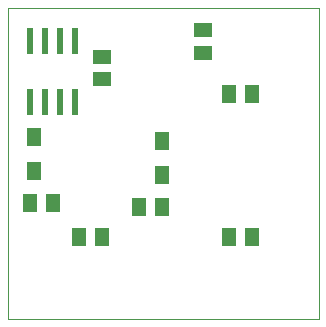
<source format=gbp>
G75*
%MOIN*%
%OFA0B0*%
%FSLAX25Y25*%
%IPPOS*%
%LPD*%
%AMOC8*
5,1,8,0,0,1.08239X$1,22.5*
%
%ADD10C,0.00000*%
%ADD11R,0.05906X0.05118*%
%ADD12R,0.05118X0.05906*%
%ADD13R,0.04724X0.05906*%
%ADD14R,0.02362X0.08661*%
D10*
X0003500Y0001000D02*
X0003500Y0104711D01*
X0107201Y0104711D01*
X0107201Y0001000D01*
X0003500Y0001000D01*
D11*
X0034750Y0081010D03*
X0034750Y0088490D03*
X0068500Y0089760D03*
X0068500Y0097240D03*
D12*
X0077260Y0076000D03*
X0084740Y0076000D03*
X0054740Y0038500D03*
X0047260Y0038500D03*
X0034740Y0028500D03*
X0027260Y0028500D03*
X0018490Y0039750D03*
X0011010Y0039750D03*
X0077260Y0028500D03*
X0084740Y0028500D03*
D13*
X0054750Y0049041D03*
X0054750Y0060459D03*
X0012250Y0061709D03*
X0012250Y0050291D03*
D14*
X0011000Y0073264D03*
X0016000Y0073264D03*
X0021000Y0073264D03*
X0026000Y0073264D03*
X0026000Y0093736D03*
X0021000Y0093736D03*
X0016000Y0093736D03*
X0011000Y0093736D03*
M02*

</source>
